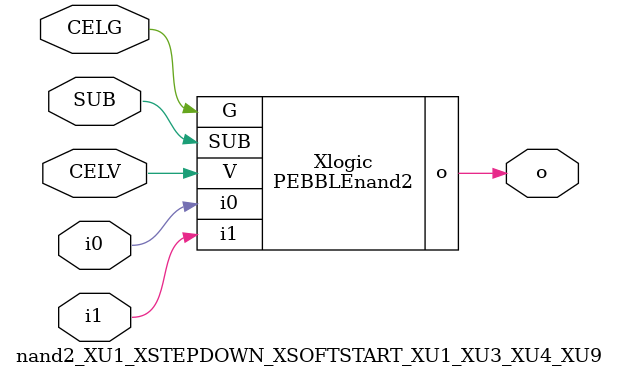
<source format=v>



module PEBBLEnand2 ( o, G, SUB, V, i0, i1 );

  input i0;
  input V;
  input i1;
  input G;
  output o;
  input SUB;
endmodule

//Celera Confidential Do Not Copy nand2_XU1_XSTEPDOWN_XSOFTSTART_XU1_XU3_XU4_XU9
//Celera Confidential Symbol Generator
//5V NAND2
module nand2_XU1_XSTEPDOWN_XSOFTSTART_XU1_XU3_XU4_XU9 (CELV,CELG,i0,i1,o,SUB);
input CELV;
input CELG;
input i0;
input i1;
input SUB;
output o;

//Celera Confidential Do Not Copy nand2
PEBBLEnand2 Xlogic(
.V (CELV),
.i0 (i0),
.i1 (i1),
.o (o),
.SUB (SUB),
.G (CELG)
);
//,diesize,PEBBLEnand2

//Celera Confidential Do Not Copy Module End
//Celera Schematic Generator
endmodule

</source>
